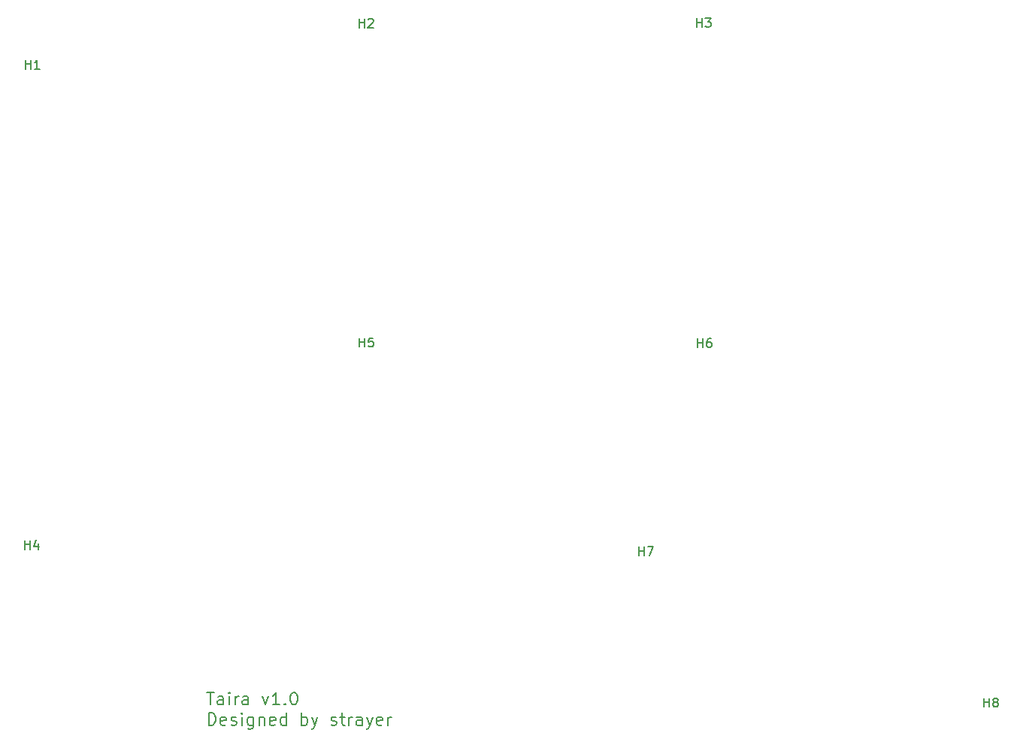
<source format=gto>
G04 #@! TF.GenerationSoftware,KiCad,Pcbnew,(5.1.9-0-10_14)*
G04 #@! TF.CreationDate,2021-11-03T21:23:05+01:00*
G04 #@! TF.ProjectId,taira-top-plate,74616972-612d-4746-9f70-2d706c617465,1.0*
G04 #@! TF.SameCoordinates,Original*
G04 #@! TF.FileFunction,Legend,Top*
G04 #@! TF.FilePolarity,Positive*
%FSLAX46Y46*%
G04 Gerber Fmt 4.6, Leading zero omitted, Abs format (unit mm)*
G04 Created by KiCad (PCBNEW (5.1.9-0-10_14)) date 2021-11-03 21:23:05*
%MOMM*%
%LPD*%
G01*
G04 APERTURE LIST*
%ADD10C,0.200000*%
%ADD11C,0.150000*%
%ADD12C,4.200000*%
G04 APERTURE END LIST*
D10*
X116415333Y-130362333D02*
X117215333Y-130362333D01*
X116815333Y-131762333D02*
X116815333Y-130362333D01*
X118282000Y-131762333D02*
X118282000Y-131029000D01*
X118215333Y-130895666D01*
X118082000Y-130829000D01*
X117815333Y-130829000D01*
X117682000Y-130895666D01*
X118282000Y-131695666D02*
X118148666Y-131762333D01*
X117815333Y-131762333D01*
X117682000Y-131695666D01*
X117615333Y-131562333D01*
X117615333Y-131429000D01*
X117682000Y-131295666D01*
X117815333Y-131229000D01*
X118148666Y-131229000D01*
X118282000Y-131162333D01*
X118948666Y-131762333D02*
X118948666Y-130829000D01*
X118948666Y-130362333D02*
X118882000Y-130429000D01*
X118948666Y-130495666D01*
X119015333Y-130429000D01*
X118948666Y-130362333D01*
X118948666Y-130495666D01*
X119615333Y-131762333D02*
X119615333Y-130829000D01*
X119615333Y-131095666D02*
X119682000Y-130962333D01*
X119748666Y-130895666D01*
X119882000Y-130829000D01*
X120015333Y-130829000D01*
X121082000Y-131762333D02*
X121082000Y-131029000D01*
X121015333Y-130895666D01*
X120882000Y-130829000D01*
X120615333Y-130829000D01*
X120482000Y-130895666D01*
X121082000Y-131695666D02*
X120948666Y-131762333D01*
X120615333Y-131762333D01*
X120482000Y-131695666D01*
X120415333Y-131562333D01*
X120415333Y-131429000D01*
X120482000Y-131295666D01*
X120615333Y-131229000D01*
X120948666Y-131229000D01*
X121082000Y-131162333D01*
X122682000Y-130829000D02*
X123015333Y-131762333D01*
X123348666Y-130829000D01*
X124615333Y-131762333D02*
X123815333Y-131762333D01*
X124215333Y-131762333D02*
X124215333Y-130362333D01*
X124082000Y-130562333D01*
X123948666Y-130695666D01*
X123815333Y-130762333D01*
X125215333Y-131629000D02*
X125282000Y-131695666D01*
X125215333Y-131762333D01*
X125148666Y-131695666D01*
X125215333Y-131629000D01*
X125215333Y-131762333D01*
X126148666Y-130362333D02*
X126282000Y-130362333D01*
X126415333Y-130429000D01*
X126482000Y-130495666D01*
X126548666Y-130629000D01*
X126615333Y-130895666D01*
X126615333Y-131229000D01*
X126548666Y-131495666D01*
X126482000Y-131629000D01*
X126415333Y-131695666D01*
X126282000Y-131762333D01*
X126148666Y-131762333D01*
X126015333Y-131695666D01*
X125948666Y-131629000D01*
X125882000Y-131495666D01*
X125815333Y-131229000D01*
X125815333Y-130895666D01*
X125882000Y-130629000D01*
X125948666Y-130495666D01*
X126015333Y-130429000D01*
X126148666Y-130362333D01*
X116615333Y-134062333D02*
X116615333Y-132662333D01*
X116948666Y-132662333D01*
X117148666Y-132729000D01*
X117282000Y-132862333D01*
X117348666Y-132995666D01*
X117415333Y-133262333D01*
X117415333Y-133462333D01*
X117348666Y-133729000D01*
X117282000Y-133862333D01*
X117148666Y-133995666D01*
X116948666Y-134062333D01*
X116615333Y-134062333D01*
X118548666Y-133995666D02*
X118415333Y-134062333D01*
X118148666Y-134062333D01*
X118015333Y-133995666D01*
X117948666Y-133862333D01*
X117948666Y-133329000D01*
X118015333Y-133195666D01*
X118148666Y-133129000D01*
X118415333Y-133129000D01*
X118548666Y-133195666D01*
X118615333Y-133329000D01*
X118615333Y-133462333D01*
X117948666Y-133595666D01*
X119148666Y-133995666D02*
X119282000Y-134062333D01*
X119548666Y-134062333D01*
X119682000Y-133995666D01*
X119748666Y-133862333D01*
X119748666Y-133795666D01*
X119682000Y-133662333D01*
X119548666Y-133595666D01*
X119348666Y-133595666D01*
X119215333Y-133529000D01*
X119148666Y-133395666D01*
X119148666Y-133329000D01*
X119215333Y-133195666D01*
X119348666Y-133129000D01*
X119548666Y-133129000D01*
X119682000Y-133195666D01*
X120348666Y-134062333D02*
X120348666Y-133129000D01*
X120348666Y-132662333D02*
X120282000Y-132729000D01*
X120348666Y-132795666D01*
X120415333Y-132729000D01*
X120348666Y-132662333D01*
X120348666Y-132795666D01*
X121615333Y-133129000D02*
X121615333Y-134262333D01*
X121548666Y-134395666D01*
X121482000Y-134462333D01*
X121348666Y-134529000D01*
X121148666Y-134529000D01*
X121015333Y-134462333D01*
X121615333Y-133995666D02*
X121482000Y-134062333D01*
X121215333Y-134062333D01*
X121082000Y-133995666D01*
X121015333Y-133929000D01*
X120948666Y-133795666D01*
X120948666Y-133395666D01*
X121015333Y-133262333D01*
X121082000Y-133195666D01*
X121215333Y-133129000D01*
X121482000Y-133129000D01*
X121615333Y-133195666D01*
X122282000Y-133129000D02*
X122282000Y-134062333D01*
X122282000Y-133262333D02*
X122348666Y-133195666D01*
X122482000Y-133129000D01*
X122682000Y-133129000D01*
X122815333Y-133195666D01*
X122882000Y-133329000D01*
X122882000Y-134062333D01*
X124082000Y-133995666D02*
X123948666Y-134062333D01*
X123682000Y-134062333D01*
X123548666Y-133995666D01*
X123482000Y-133862333D01*
X123482000Y-133329000D01*
X123548666Y-133195666D01*
X123682000Y-133129000D01*
X123948666Y-133129000D01*
X124082000Y-133195666D01*
X124148666Y-133329000D01*
X124148666Y-133462333D01*
X123482000Y-133595666D01*
X125348666Y-134062333D02*
X125348666Y-132662333D01*
X125348666Y-133995666D02*
X125215333Y-134062333D01*
X124948666Y-134062333D01*
X124815333Y-133995666D01*
X124748666Y-133929000D01*
X124682000Y-133795666D01*
X124682000Y-133395666D01*
X124748666Y-133262333D01*
X124815333Y-133195666D01*
X124948666Y-133129000D01*
X125215333Y-133129000D01*
X125348666Y-133195666D01*
X127082000Y-134062333D02*
X127082000Y-132662333D01*
X127082000Y-133195666D02*
X127215333Y-133129000D01*
X127482000Y-133129000D01*
X127615333Y-133195666D01*
X127682000Y-133262333D01*
X127748666Y-133395666D01*
X127748666Y-133795666D01*
X127682000Y-133929000D01*
X127615333Y-133995666D01*
X127482000Y-134062333D01*
X127215333Y-134062333D01*
X127082000Y-133995666D01*
X128215333Y-133129000D02*
X128548666Y-134062333D01*
X128882000Y-133129000D02*
X128548666Y-134062333D01*
X128415333Y-134395666D01*
X128348666Y-134462333D01*
X128215333Y-134529000D01*
X130415333Y-133995666D02*
X130548666Y-134062333D01*
X130815333Y-134062333D01*
X130948666Y-133995666D01*
X131015333Y-133862333D01*
X131015333Y-133795666D01*
X130948666Y-133662333D01*
X130815333Y-133595666D01*
X130615333Y-133595666D01*
X130482000Y-133529000D01*
X130415333Y-133395666D01*
X130415333Y-133329000D01*
X130482000Y-133195666D01*
X130615333Y-133129000D01*
X130815333Y-133129000D01*
X130948666Y-133195666D01*
X131415333Y-133129000D02*
X131948666Y-133129000D01*
X131615333Y-132662333D02*
X131615333Y-133862333D01*
X131682000Y-133995666D01*
X131815333Y-134062333D01*
X131948666Y-134062333D01*
X132415333Y-134062333D02*
X132415333Y-133129000D01*
X132415333Y-133395666D02*
X132482000Y-133262333D01*
X132548666Y-133195666D01*
X132682000Y-133129000D01*
X132815333Y-133129000D01*
X133882000Y-134062333D02*
X133882000Y-133329000D01*
X133815333Y-133195666D01*
X133682000Y-133129000D01*
X133415333Y-133129000D01*
X133282000Y-133195666D01*
X133882000Y-133995666D02*
X133748666Y-134062333D01*
X133415333Y-134062333D01*
X133282000Y-133995666D01*
X133215333Y-133862333D01*
X133215333Y-133729000D01*
X133282000Y-133595666D01*
X133415333Y-133529000D01*
X133748666Y-133529000D01*
X133882000Y-133462333D01*
X134415333Y-133129000D02*
X134748666Y-134062333D01*
X135082000Y-133129000D02*
X134748666Y-134062333D01*
X134615333Y-134395666D01*
X134548666Y-134462333D01*
X134415333Y-134529000D01*
X136148666Y-133995666D02*
X136015333Y-134062333D01*
X135748666Y-134062333D01*
X135615333Y-133995666D01*
X135548666Y-133862333D01*
X135548666Y-133329000D01*
X135615333Y-133195666D01*
X135748666Y-133129000D01*
X136015333Y-133129000D01*
X136148666Y-133195666D01*
X136215333Y-133329000D01*
X136215333Y-133462333D01*
X135548666Y-133595666D01*
X136815333Y-134062333D02*
X136815333Y-133129000D01*
X136815333Y-133395666D02*
X136882000Y-133262333D01*
X136948666Y-133195666D01*
X137082000Y-133129000D01*
X137215333Y-133129000D01*
D11*
X203961095Y-132014380D02*
X203961095Y-131014380D01*
X203961095Y-131490571D02*
X204532523Y-131490571D01*
X204532523Y-132014380D02*
X204532523Y-131014380D01*
X205151571Y-131442952D02*
X205056333Y-131395333D01*
X205008714Y-131347714D01*
X204961095Y-131252476D01*
X204961095Y-131204857D01*
X205008714Y-131109619D01*
X205056333Y-131062000D01*
X205151571Y-131014380D01*
X205342047Y-131014380D01*
X205437285Y-131062000D01*
X205484904Y-131109619D01*
X205532523Y-131204857D01*
X205532523Y-131252476D01*
X205484904Y-131347714D01*
X205437285Y-131395333D01*
X205342047Y-131442952D01*
X205151571Y-131442952D01*
X205056333Y-131490571D01*
X205008714Y-131538190D01*
X204961095Y-131633428D01*
X204961095Y-131823904D01*
X205008714Y-131919142D01*
X205056333Y-131966761D01*
X205151571Y-132014380D01*
X205342047Y-132014380D01*
X205437285Y-131966761D01*
X205484904Y-131919142D01*
X205532523Y-131823904D01*
X205532523Y-131633428D01*
X205484904Y-131538190D01*
X205437285Y-131490571D01*
X205342047Y-131442952D01*
X165108095Y-114982380D02*
X165108095Y-113982380D01*
X165108095Y-114458571D02*
X165679523Y-114458571D01*
X165679523Y-114982380D02*
X165679523Y-113982380D01*
X166060476Y-113982380D02*
X166727142Y-113982380D01*
X166298571Y-114982380D01*
X171701095Y-91500380D02*
X171701095Y-90500380D01*
X171701095Y-90976571D02*
X172272523Y-90976571D01*
X172272523Y-91500380D02*
X172272523Y-90500380D01*
X173177285Y-90500380D02*
X172986809Y-90500380D01*
X172891571Y-90548000D01*
X172843952Y-90595619D01*
X172748714Y-90738476D01*
X172701095Y-90928952D01*
X172701095Y-91309904D01*
X172748714Y-91405142D01*
X172796333Y-91452761D01*
X172891571Y-91500380D01*
X173082047Y-91500380D01*
X173177285Y-91452761D01*
X173224904Y-91405142D01*
X173272523Y-91309904D01*
X173272523Y-91071809D01*
X173224904Y-90976571D01*
X173177285Y-90928952D01*
X173082047Y-90881333D01*
X172891571Y-90881333D01*
X172796333Y-90928952D01*
X172748714Y-90976571D01*
X172701095Y-91071809D01*
X133617095Y-91456380D02*
X133617095Y-90456380D01*
X133617095Y-90932571D02*
X134188523Y-90932571D01*
X134188523Y-91456380D02*
X134188523Y-90456380D01*
X135140904Y-90456380D02*
X134664714Y-90456380D01*
X134617095Y-90932571D01*
X134664714Y-90884952D01*
X134759952Y-90837333D01*
X134998047Y-90837333D01*
X135093285Y-90884952D01*
X135140904Y-90932571D01*
X135188523Y-91027809D01*
X135188523Y-91265904D01*
X135140904Y-91361142D01*
X135093285Y-91408761D01*
X134998047Y-91456380D01*
X134759952Y-91456380D01*
X134664714Y-91408761D01*
X134617095Y-91361142D01*
X95932095Y-114249380D02*
X95932095Y-113249380D01*
X95932095Y-113725571D02*
X96503523Y-113725571D01*
X96503523Y-114249380D02*
X96503523Y-113249380D01*
X97408285Y-113582714D02*
X97408285Y-114249380D01*
X97170190Y-113201761D02*
X96932095Y-113916047D01*
X97551142Y-113916047D01*
X171603095Y-55426380D02*
X171603095Y-54426380D01*
X171603095Y-54902571D02*
X172174523Y-54902571D01*
X172174523Y-55426380D02*
X172174523Y-54426380D01*
X172555476Y-54426380D02*
X173174523Y-54426380D01*
X172841190Y-54807333D01*
X172984047Y-54807333D01*
X173079285Y-54854952D01*
X173126904Y-54902571D01*
X173174523Y-54997809D01*
X173174523Y-55235904D01*
X173126904Y-55331142D01*
X173079285Y-55378761D01*
X172984047Y-55426380D01*
X172698333Y-55426380D01*
X172603095Y-55378761D01*
X172555476Y-55331142D01*
X133580095Y-55492380D02*
X133580095Y-54492380D01*
X133580095Y-54968571D02*
X134151523Y-54968571D01*
X134151523Y-55492380D02*
X134151523Y-54492380D01*
X134580095Y-54587619D02*
X134627714Y-54540000D01*
X134722952Y-54492380D01*
X134961047Y-54492380D01*
X135056285Y-54540000D01*
X135103904Y-54587619D01*
X135151523Y-54682857D01*
X135151523Y-54778095D01*
X135103904Y-54920952D01*
X134532476Y-55492380D01*
X135151523Y-55492380D01*
X95993095Y-60148380D02*
X95993095Y-59148380D01*
X95993095Y-59624571D02*
X96564523Y-59624571D01*
X96564523Y-60148380D02*
X96564523Y-59148380D01*
X97564523Y-60148380D02*
X96993095Y-60148380D01*
X97278809Y-60148380D02*
X97278809Y-59148380D01*
X97183571Y-59291238D01*
X97088333Y-59386476D01*
X96993095Y-59434095D01*
%LPC*%
D12*
X204723000Y-134762000D03*
X165870000Y-117730000D03*
X172463000Y-94248000D03*
X134379000Y-94204000D03*
X96694000Y-116997000D03*
X172365000Y-58174000D03*
X134342000Y-58240000D03*
X96755000Y-62896000D03*
M02*

</source>
